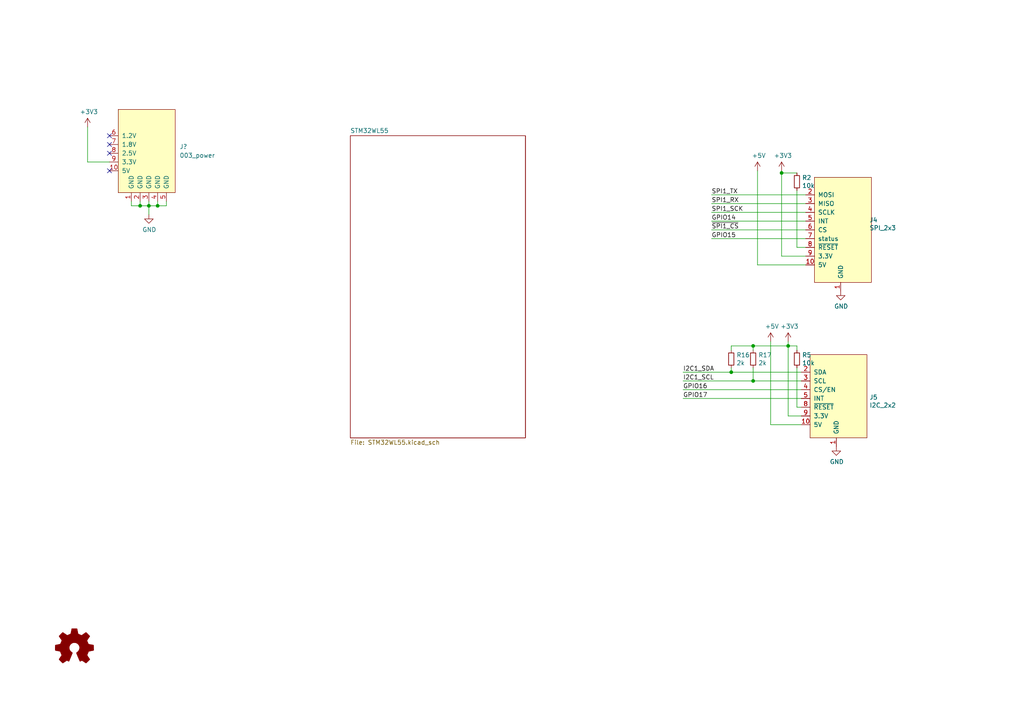
<source format=kicad_sch>
(kicad_sch (version 20211123) (generator eeschema)
  (paper "A4")
  (lib_symbols
    (symbol "Device:R_Small" (pin_numbers hide) (pin_names (offset 0.254) hide)
      (property "Reference" "R" (at 0.762 0.508 0))
      (property "Value" "R_Small" (at 0.762 -1.016 0))
      (symbol "R_Small_0_1"
        (rectangle (start -0.762 1.778) (end 0.762 -1.778) (stroke (width 0.2032)))
      )
      (symbol "R_Small_1_1"
        (pin passive line (at 0 2.54 270) (length 0.762) (name "~") (number "1"))
        (pin passive line (at 0 -2.54 90) (length 0.762) (name "~") (number "2"))
      )
    )
    (symbol "Graphic:Logo_Open_Hardware_Small" (pin_names (offset 1.016))
      (symbol "Logo_Open_Hardware_Small_0_1"
        (polyline (pts (xy 3.3528 -4.3434) (xy 3.302 -4.318) (xy 3.175 -4.2418) (xy 2.9972 -4.1148) (xy 2.7686 -3.9624) (xy 2.54 -3.81) (xy 2.3622 -3.7084) (xy 2.2352 -3.6068) (xy 2.1844 -3.5814) (xy 2.159 -3.6068) (xy 2.0574 -3.6576) (xy 1.905 -3.7338) (xy 1.8034 -3.7846) (xy 1.6764 -3.8354) (xy 1.6002 -3.8354) (xy 1.6002 -3.8354) (xy 1.5494 -3.7338) (xy 1.4732 -3.5306) (xy 1.3462 -3.302) (xy 1.2446 -3.0226) (xy 1.1176 -2.7178) (xy 0.9652 -2.413) (xy 0.8636 -2.1082) (xy 0.7366 -1.8288) (xy 0.6604 -1.6256) (xy 0.6096 -1.4732) (xy 0.5842 -1.397) (xy 0.5842 -1.397) (xy 0.6604 -1.3208) (xy 0.7874 -1.2446) (xy 1.0414 -1.016) (xy 1.2954 -0.6858) (xy 1.4478 -0.3302) (xy 1.524 0.0762) (xy 1.4732 0.4572) (xy 1.3208 0.8128) (xy 1.0668 1.143) (xy 0.762 1.3716) (xy 0.4064 1.524) (xy 0 1.5748) (xy -0.381 1.5494) (xy -0.7366 1.397) (xy -1.0668 1.143) (xy -1.2192 0.9906) (xy -1.397 0.6604) (xy -1.524 0.3048) (xy -1.524 0.2286) (xy -1.4986 -0.1778) (xy -1.397 -0.5334) (xy -1.1938 -0.8636) (xy -0.9144 -1.143) (xy -0.8636 -1.1684) (xy -0.7366 -1.27) (xy -0.635 -1.3462) (xy -0.5842 -1.397) (xy -1.0668 -2.5908) (xy -1.143 -2.794) (xy -1.2954 -3.1242) (xy -1.397 -3.4036) (xy -1.4986 -3.6322) (xy -1.5748 -3.7846) (xy -1.6002 -3.8354) (xy -1.6002 -3.8354) (xy -1.651 -3.8354) (xy -1.7272 -3.81) (xy -1.905 -3.7338) (xy -2.0066 -3.683) (xy -2.1336 -3.6068) (xy -2.2098 -3.5814) (xy -2.2606 -3.6068) (xy -2.3622 -3.683) (xy -2.54 -3.81) (xy -2.7686 -3.9624) (xy -2.9718 -4.0894) (xy -3.1496 -4.2164) (xy -3.302 -4.318) (xy -3.3528 -4.3434) (xy -3.3782 -4.3434) (xy -3.429 -4.318) (xy -3.5306 -4.2164) (xy -3.7084 -4.064) (xy -3.937 -3.8354) (xy -3.9624 -3.81) (xy -4.1656 -3.6068) (xy -4.318 -3.4544) (xy -4.4196 -3.3274) (xy -4.445 -3.2766) (xy -4.445 -3.2766) (xy -4.4196 -3.2258) (xy -4.318 -3.0734) (xy -4.2164 -2.8956) (xy -4.064 -2.667) (xy -3.6576 -2.0828) (xy -3.8862 -1.5494) (xy -3.937 -1.3716) (xy -4.0386 -1.1684) (xy -4.0894 -1.0414) (xy -4.1148 -0.9652) (xy -4.191 -0.9398) (xy -4.318 -0.9144) (xy -4.5466 -0.8636) (xy -4.8006 -0.8128) (xy -5.0546 -0.7874) (xy -5.2578 -0.7366) (xy -5.4356 -0.7112) (xy -5.5118 -0.6858) (xy -5.5118 -0.6858) (xy -5.5372 -0.635) (xy -5.5372 -0.5588) (xy -5.5372 -0.4318) (xy -5.5626 -0.2286) (xy -5.5626 0.0762) (xy -5.5626 0.127) (xy -5.5372 0.4064) (xy -5.5372 0.635) (xy -5.5372 0.762) (xy -5.5372 0.8382) (xy -5.5372 0.8382) (xy -5.461 0.8382) (xy -5.3086 0.889) (xy -5.08 0.9144) (xy -4.826 0.9652) (xy -4.8006 0.9906) (xy -4.5466 1.0414) (xy -4.318 1.0668) (xy -4.1656 1.1176) (xy -4.0894 1.143) (xy -4.0894 1.143) (xy -4.0386 1.2446) (xy -3.9624 1.4224) (xy -3.8608 1.6256) (xy -3.7846 1.8288) (xy -3.7084 2.0066) (xy -3.6576 2.159) (xy -3.6322 2.2098) (xy -3.6322 2.2098) (xy -3.683 2.286) (xy -3.7592 2.413) (xy -3.8862 2.5908) (xy -4.064 2.8194) (xy -4.064 2.8448) (xy -4.2164 3.0734) (xy -4.3434 3.2512) (xy -4.4196 3.3782) (xy -4.445 3.4544) (xy -4.445 3.4544) (xy -4.3942 3.5052) (xy -4.2926 3.6322) (xy -4.1148 3.81) (xy -3.937 4.0132) (xy -3.8608 4.064) (xy -3.6576 4.2926) (xy -3.5052 4.4196) (xy -3.4036 4.4958) (xy -3.3528 4.5212) (xy -3.3528 4.5212) (xy -3.302 4.4704) (xy -3.1496 4.3688) (xy -2.9718 4.2418) (xy -2.7432 4.0894) (xy -2.7178 4.0894) (xy -2.4892 3.937) (xy -2.3114 3.81) (xy -2.1844 3.7084) (xy -2.1336 3.683) (xy -2.1082 3.683) (xy -2.032 3.7084) (xy -1.8542 3.7592) (xy -1.6764 3.8354) (xy -1.4732 3.937) (xy -1.27 4.0132) (xy -1.143 4.064) (xy -1.0668 4.1148) (xy -1.0668 4.1148) (xy -1.0414 4.191) (xy -1.016 4.3434) (xy -0.9652 4.572) (xy -0.9144 4.8514) (xy -0.889 4.9022) (xy -0.8382 5.1562) (xy -0.8128 5.3848) (xy -0.7874 5.5372) (xy -0.762 5.588) (xy -0.7112 5.6134) (xy -0.5842 5.6134) (xy -0.4064 5.6134) (xy -0.1524 5.6134) (xy 0.0762 5.6134) (xy 0.3302 5.6134) (xy 0.5334 5.6134) (xy 0.6858 5.588) (xy 0.7366 5.588) (xy 0.7366 5.588) (xy 0.762 5.5118) (xy 0.8128 5.334) (xy 0.8382 5.1054) (xy 0.9144 4.826) (xy 0.9144 4.7752) (xy 0.9652 4.5212) (xy 1.016 4.2926) (xy 1.0414 4.1402) (xy 1.0668 4.0894) (xy 1.0668 4.0894) (xy 1.1938 4.0386) (xy 1.3716 3.9624) (xy 1.5748 3.8608) (xy 2.0828 3.6576) (xy 2.7178 4.0894) (xy 2.7686 4.1402) (xy 2.9972 4.2926) (xy 3.175 4.4196) (xy 3.302 4.4958) (xy 3.3782 4.5212) (xy 3.3782 4.5212) (xy 3.429 4.4704) (xy 3.556 4.3434) (xy 3.7338 4.191) (xy 3.9116 3.9878) (xy 4.064 3.8354) (xy 4.2418 3.6576) (xy 4.3434 3.556) (xy 4.4196 3.4798) (xy 4.4196 3.429) (xy 4.4196 3.4036) (xy 4.3942 3.3274) (xy 4.2926 3.2004) (xy 4.1656 2.9972) (xy 4.0132 2.794) (xy 3.8862 2.5908) (xy 3.7592 2.3876) (xy 3.6576 2.2352) (xy 3.6322 2.159) (xy 3.6322 2.1336) (xy 3.683 2.0066) (xy 3.7592 1.8288) (xy 3.8608 1.6002) (xy 4.064 1.1176) (xy 4.3942 1.0414) (xy 4.5974 1.016) (xy 4.8768 0.9652) (xy 5.1308 0.9144) (xy 5.5372 0.8382) (xy 5.5626 -0.6604) (xy 5.4864 -0.6858) (xy 5.4356 -0.6858) (xy 5.2832 -0.7366) (xy 5.0546 -0.762) (xy 4.8006 -0.8128) (xy 4.5974 -0.8636) (xy 4.3688 -0.9144) (xy 4.2164 -0.9398) (xy 4.1402 -0.9398) (xy 4.1148 -0.9652) (xy 4.064 -1.0668) (xy 3.9878 -1.2446) (xy 3.9116 -1.4478) (xy 3.81 -1.651) (xy 3.7338 -1.8542) (xy 3.683 -2.0066) (xy 3.6576 -2.0828) (xy 3.683 -2.1336) (xy 3.7846 -2.2606) (xy 3.8862 -2.4638) (xy 4.0386 -2.667) (xy 4.191 -2.8956) (xy 4.318 -3.0734) (xy 4.3942 -3.2004) (xy 4.445 -3.2766) (xy 4.4196 -3.3274) (xy 4.3434 -3.429) (xy 4.1656 -3.5814) (xy 3.937 -3.8354) (xy 3.8862 -3.8608) (xy 3.683 -4.064) (xy 3.5306 -4.2164) (xy 3.4036 -4.318) (xy 3.3528 -4.3434)) (fill (type outline)))
      )
    )
    (symbol "power:+3.3V" (power) (pin_names (offset 0))
      (property "Value" "+3.3V" (at 0 3.556 0))
      (symbol "+3.3V_0_1"
        (polyline (pts (xy -0.762 1.27) (xy 0 2.54)))
        (polyline (pts (xy 0 0) (xy 0 2.54)))
        (polyline (pts (xy 0 2.54) (xy 0.762 1.27)))
      )
      (symbol "+3.3V_1_1"
        (pin power_in line (at 0 0 90) (length 0) hide (name "+3V3") (number "1"))
      )
    )
    (symbol "power:+5V" (power) (pin_names (offset 0))
      (property "Value" "+5V" (at 0 3.556 0))
      (symbol "+5V_0_1"
        (polyline (pts (xy -0.762 1.27) (xy 0 2.54)))
        (polyline (pts (xy 0 0) (xy 0 2.54)))
        (polyline (pts (xy 0 2.54) (xy 0.762 1.27)))
      )
      (symbol "+5V_1_1"
        (pin power_in line (at 0 0 90) (length 0) hide (name "+5V") (number "1"))
      )
    )
    (symbol "power:GND" (power) (pin_names (offset 0))
      (property "Value" "GND" (at 0 -3.81 0))
      (symbol "GND_0_1"
        (polyline (pts (xy 0 0) (xy 0 -1.27) (xy 1.27 -1.27) (xy 0 -2.54) (xy -1.27 -1.27) (xy 0 -1.27)))
      )
      (symbol "GND_1_1"
        (pin power_in line (at 0 0 270) (length 0) hide (name "GND") (number "1"))
      )
    )
    (symbol "put_on_edge:001_I2C" (pin_names (offset 1.016))
      (property "Reference" "J" (at -2.54 13.97 0))
      (property "Value" "001_I2C" (at 8.89 13.97 0))
      (symbol "001_I2C_0_1"
        (rectangle (start -8.89 12.7) (end 7.62 -11.43) (fill (type background)))
      )
      (symbol "001_I2C_1_1"
        (pin power_in line (at -1.27 -13.97 90) (length 2.54) (name "GND") (number "1"))
        (pin power_in line (at -11.43 -7.62 0) (length 2.54) (name "5V") (number "10"))
        (pin bidirectional line (at -11.43 7.62 0) (length 2.54) (name "SDA") (number "2"))
        (pin bidirectional line (at -11.43 5.08 0) (length 2.54) (name "SCL") (number "3"))
        (pin bidirectional line (at -11.43 2.54 0) (length 2.54) (name "CS/EN") (number "4"))
        (pin bidirectional line (at -11.43 0 0) (length 2.54) (name "INT") (number "5"))
        (pin bidirectional line (at -11.43 -2.54 0) (length 2.54) (name "~{RESET}") (number "8"))
        (pin power_in line (at -11.43 -5.08 0) (length 2.54) (name "3.3V") (number "9"))
      )
    )
    (symbol "put_on_edge:002_SPI" (pin_names (offset 1.016))
      (property "Reference" "J" (at -1.27 13.97 0))
      (property "Value" "002_SPI" (at 10.16 13.97 0))
      (symbol "002_SPI_0_1"
        (rectangle (start -7.62 12.7) (end 8.89 -17.78) (fill (type background)))
      )
      (symbol "002_SPI_1_1"
        (pin power_in line (at 0 -20.32 90) (length 2.54) (name "GND") (number "1"))
        (pin power_in line (at -10.16 -12.7 0) (length 2.54) (name "5V") (number "10"))
        (pin bidirectional line (at -10.16 7.62 0) (length 2.54) (name "MOSI") (number "2"))
        (pin bidirectional line (at -10.16 5.08 0) (length 2.54) (name "MISO") (number "3"))
        (pin bidirectional line (at -10.16 2.54 0) (length 2.54) (name "SCLK") (number "4"))
        (pin bidirectional line (at -10.16 0 0) (length 2.54) (name "INT") (number "5"))
        (pin bidirectional line (at -10.16 -2.54 0) (length 2.54) (name "CS") (number "6"))
        (pin bidirectional line (at -10.16 -5.08 0) (length 2.54) (name "status") (number "7"))
        (pin bidirectional line (at -10.16 -7.62 0) (length 2.54) (name "~{RESET}") (number "8"))
        (pin power_in line (at -10.16 -10.16 0) (length 2.54) (name "3.3V") (number "9"))
      )
    )
    (symbol "put_on_edge:003_power" (pin_names (offset 1.016))
      (property "Reference" "J" (at -2.54 13.97 0))
      (property "Value" "003_power" (at 8.89 13.97 0))
      (symbol "003_power_0_1"
        (rectangle (start -8.89 12.7) (end 7.62 -11.43) (fill (type background)))
      )
      (symbol "003_power_1_1"
        (pin power_in line (at -5.08 -13.97 90) (length 2.54) (name "GND") (number "1"))
        (pin power_out line (at -11.43 -5.08 0) (length 2.54) (name "5V") (number "10"))
        (pin power_in line (at -2.54 -13.97 90) (length 2.54) (name "GND") (number "2"))
        (pin power_in line (at 0 -13.97 90) (length 2.54) (name "GND") (number "3"))
        (pin power_in line (at 2.54 -13.97 90) (length 2.54) (name "GND") (number "4"))
        (pin power_in line (at 5.08 -13.97 90) (length 2.54) (name "GND") (number "5"))
        (pin power_out line (at -11.43 5.08 0) (length 2.54) (name "1.2V") (number "6"))
        (pin power_out line (at -11.43 2.54 0) (length 2.54) (name "1.8V") (number "7"))
        (pin power_out line (at -11.43 0 0) (length 2.54) (name "2.5V") (number "8"))
        (pin power_out line (at -11.43 -2.54 0) (length 2.54) (name "3.3V") (number "9"))
      )
    )
  )
  (junction (at 45.72 59.69))
  (junction (at 228.6 100.33))
  (junction (at 218.44 100.33))
  (junction (at 212.09 107.95))
  (junction (at 43.18 59.69))
  (junction (at 218.44 110.49))
  (junction (at 226.695 50.165))
  (junction (at 40.64 59.69))
  (no_connect (at -73.66 110.49))
  (no_connect (at 31.75 39.37))
  (no_connect (at 31.75 41.91))
  (no_connect (at 31.75 44.45))
  (no_connect (at 31.75 49.53))
  (wire (pts (xy 40.64 59.69) (xy 43.18 59.69)))
  (wire (pts (xy 206.375 64.135) (xy 233.68 64.135)))
  (wire (pts (xy 212.09 107.95) (xy 232.41 107.95)))
  (wire (pts (xy 226.695 50.165) (xy 226.695 74.295)))
  (wire (pts (xy 212.09 101.6) (xy 212.09 100.33)))
  (wire (pts (xy 228.6 120.65) (xy 232.41 120.65)))
  (wire (pts (xy 219.71 49.53) (xy 219.71 76.835)))
  (wire (pts (xy 206.375 56.515) (xy 233.68 56.515)))
  (wire (pts (xy 38.1 59.69) (xy 40.64 59.69)))
  (wire (pts (xy 226.695 50.165) (xy 226.695 49.53)))
  (wire (pts (xy 25.4 36.83) (xy 25.4 46.99)))
  (wire (pts (xy 212.09 100.33) (xy 218.44 100.33)))
  (wire (pts (xy 198.12 110.49) (xy 218.44 110.49)))
  (wire (pts (xy 198.12 113.03) (xy 232.41 113.03)))
  (wire (pts (xy 198.12 107.95) (xy 212.09 107.95)))
  (wire (pts (xy 226.695 74.295) (xy 233.68 74.295)))
  (wire (pts (xy 218.44 100.33) (xy 228.6 100.33)))
  (wire (pts (xy 43.18 59.69) (xy 43.18 62.23)))
  (wire (pts (xy 212.09 106.68) (xy 212.09 107.95)))
  (wire (pts (xy 40.64 58.42) (xy 40.64 59.69)))
  (wire (pts (xy 198.12 115.57) (xy 232.41 115.57)))
  (wire (pts (xy 228.6 100.33) (xy 231.14 100.33)))
  (wire (pts (xy 228.6 100.33) (xy 228.6 120.65)))
  (wire (pts (xy 223.52 123.19) (xy 232.41 123.19)))
  (wire (pts (xy 231.14 106.68) (xy 231.14 118.11)))
  (wire (pts (xy 231.14 55.245) (xy 231.14 71.755)))
  (wire (pts (xy 231.14 50.165) (xy 226.695 50.165)))
  (wire (pts (xy 45.72 58.42) (xy 45.72 59.69)))
  (wire (pts (xy 25.4 46.99) (xy 31.75 46.99)))
  (wire (pts (xy 43.18 58.42) (xy 43.18 59.69)))
  (wire (pts (xy 223.52 99.06) (xy 223.52 123.19)))
  (wire (pts (xy 38.1 58.42) (xy 38.1 59.69)))
  (wire (pts (xy 206.375 69.215) (xy 233.68 69.215)))
  (wire (pts (xy 231.14 71.755) (xy 233.68 71.755)))
  (wire (pts (xy 231.14 100.33) (xy 231.14 101.6)))
  (wire (pts (xy 48.26 59.69) (xy 48.26 58.42)))
  (wire (pts (xy 219.71 76.835) (xy 233.68 76.835)))
  (wire (pts (xy 218.44 110.49) (xy 232.41 110.49)))
  (wire (pts (xy 206.375 61.595) (xy 233.68 61.595)))
  (wire (pts (xy 206.375 59.055) (xy 233.68 59.055)))
  (wire (pts (xy 231.14 118.11) (xy 232.41 118.11)))
  (wire (pts (xy 206.375 66.675) (xy 233.68 66.675)))
  (wire (pts (xy 218.44 106.68) (xy 218.44 110.49)))
  (wire (pts (xy 45.72 59.69) (xy 48.26 59.69)))
  (wire (pts (xy 218.44 101.6) (xy 218.44 100.33)))
  (wire (pts (xy 43.18 59.69) (xy 45.72 59.69)))
  (wire (pts (xy 228.6 99.06) (xy 228.6 100.33)))
  (label "SPI1_TX" (at 206.375 56.515 0))
  (label "GPIO15" (at 206.375 69.215 0))
  (label "SPI1_SCK" (at 206.375 61.595 0))
  (label "I2C1_SCL" (at 198.12 110.49 0))
  (label "SPI1_RX" (at 206.375 59.055 0))
  (label "GPIO17" (at 198.12 115.57 0))
  (label "I2C1_SDA" (at 198.12 107.95 0))
  (label "~{SPI1_CS}" (at 206.375 66.675 0))
  (label "GPIO16" (at 198.12 113.03 0))
  (label "GPIO14" (at 206.375 64.135 0))
  (symbol (lib_id "put_on_edge:001_I2C") (at 243.84 115.57 0) (unit 1)
    (property "Reference" "J5" (at 252.1712 115.2398 0) (effects (justify left)))
    (property "Value" "I2C_2x2" (at 252.1712 117.5512 0) (effects (justify left)))
    (property "Footprint" "on_edge:on_edge_2x05_host" (effects hide))
  )
  (symbol (lib_id "put_on_edge:002_SPI") (at 243.84 64.135 0) (unit 1)
    (property "Reference" "J4" (at 252.1712 63.8048 0) (effects (justify left)))
    (property "Value" "SPI_2x3" (at 252.1712 66.1162 0) (effects (justify left)))
    (property "Footprint" "on_edge:on_edge_2x05_host" (effects hide))
  )
  (symbol (lib_id "power:GND") (at 243.84 84.455 0) (unit 1)
    (property "Reference" "#PWR0102" (effects hide))
    (property "Value" "GND" (at 243.967 88.8492 0))
  )
  (symbol (lib_id "power:GND") (at 242.57 129.54 0) (unit 1)
    (property "Reference" "#PWR0104" (effects hide))
    (property "Value" "GND" (at 242.697 133.9342 0))
  )
  (symbol (lib_id "power:+3.3V") (at 226.695 49.53 0) (unit 1)
    (property "Reference" "#PWR0113" (effects hide))
    (property "Value" "+3.3V" (at 227.076 45.1358 0))
  )
  (symbol (lib_id "power:+3.3V") (at 228.6 99.06 0) (unit 1)
    (property "Reference" "#PWR0114" (effects hide))
    (property "Value" "+3.3V" (at 228.981 94.6658 0))
  )
  (symbol (lib_id "Device:R_Small") (at 231.14 52.705 0) (unit 1)
    (property "Reference" "R2" (at 232.6386 51.5366 0) (effects (justify left)))
    (property "Value" "10k" (at 232.6386 53.848 0) (effects (justify left)))
    (property "Footprint" "Resistor_SMD:R_0603_1608Metric" (effects hide))
  )
  (symbol (lib_id "power:+5V") (at 219.71 49.53 0) (unit 1)
    (property "Reference" "#PWR0120" (effects hide))
    (property "Value" "+5V" (at 220.091 45.1358 0))
  )
  (symbol (lib_id "power:+5V") (at 223.52 99.06 0) (unit 1)
    (property "Reference" "#PWR0123" (effects hide))
    (property "Value" "+5V" (at 223.901 94.6658 0))
  )
  (symbol (lib_id "Device:R_Small") (at 231.14 104.14 0) (unit 1)
    (property "Reference" "R5" (at 232.6386 102.9716 0) (effects (justify left)))
    (property "Value" "10k" (at 232.6386 105.283 0) (effects (justify left)))
    (property "Footprint" "Resistor_SMD:R_0603_1608Metric" (effects hide))
  )
  (symbol (lib_id "Graphic:Logo_Open_Hardware_Small") (at 21.59 187.96 0) (unit 1)
    (property "Reference" "LOGO1" (effects hide))
    (property "Value" "Logo_Open_Hardware_Small" (effects hide))
    (property "Footprint" "Symbol:OSHW-Logo2_9.8x8mm_SilkScreen" (effects hide))
  )
  (symbol (lib_id "Device:R_Small") (at 212.09 104.14 0) (unit 1)
    (property "Reference" "R16" (at 213.5886 102.9716 0) (effects (justify left)))
    (property "Value" "2k" (at 213.5886 105.283 0) (effects (justify left)))
    (property "Footprint" "Resistor_SMD:R_0603_1608Metric" (effects hide))
  )
  (symbol (lib_id "power:GND") (at 43.18 62.23 0) (unit 1)
    (property "Reference" "#PWR?" (effects hide))
    (property "Value" "GND" (at 43.307 66.6242 0))
  )
  (symbol (lib_id "put_on_edge:003_power") (at 43.18 44.45 0) (unit 1)
    (property "Reference" "J?" (at 52.07 42.5449 0) (effects (justify left)))
    (property "Value" "003_power" (at 52.07 45.0849 0) (effects (justify left)))
    (property "Footprint" "on_edge:on_edge_2x05_host" (effects hide))
  )
  (symbol (lib_id "Device:R_Small") (at 218.44 104.14 0) (unit 1)
    (property "Reference" "R17" (at 219.9386 102.9716 0) (effects (justify left)))
    (property "Value" "2k" (at 219.9386 105.283 0) (effects (justify left)))
    (property "Footprint" "Resistor_SMD:R_0603_1608Metric" (effects hide))
  )
  (symbol (lib_id "power:+3.3V") (at 25.4 36.83 0) (unit 1)
    (property "Reference" "#PWR?" (effects hide))
    (property "Value" "+3.3V" (at 25.781 32.4358 0))
  )
  (sheet (at 101.6 39.37) (size 50.8 87.63) (stroke (width 0.1524))
    (property "Sheet name" "STM32WL55" (at 101.6 38.6584 0) (effects (justify left bottom)))
    (property "Sheet file" "STM32WL55.kicad_sch" (at 101.6 127.5846 0) (effects (justify left top)))
  )
)
</source>
